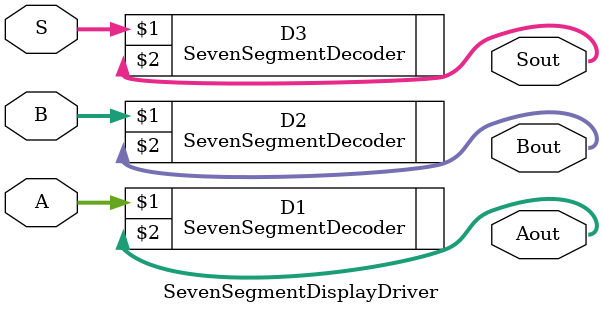
<source format=v>
`timescale 1ns / 1ps
module SevenSegmentDisplayDriver(
	input[3:0] A,
	input[3:0] B,
	input[3:0] S,
	output[6:0] Aout,
	output[6:0] Bout,
	output[6:0] Sout
    );
	
	SevenSegmentDecoder D1 (A, Aout);
	SevenSegmentDecoder D2 (B, Bout);
	SevenSegmentDecoder D3 (S, Sout);

endmodule

</source>
